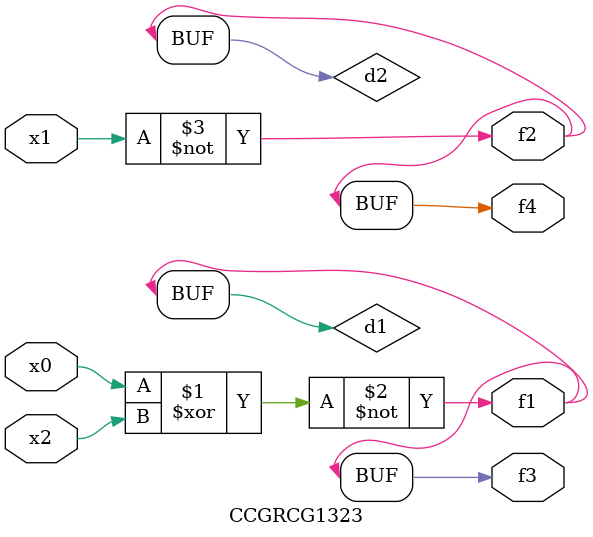
<source format=v>
module CCGRCG1323(
	input x0, x1, x2,
	output f1, f2, f3, f4
);

	wire d1, d2, d3;

	xnor (d1, x0, x2);
	nand (d2, x1);
	nor (d3, x1, x2);
	assign f1 = d1;
	assign f2 = d2;
	assign f3 = d1;
	assign f4 = d2;
endmodule

</source>
